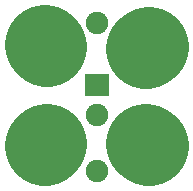
<source format=gbl>
%TF.GenerationSoftware,KiCad,Pcbnew,4.0.5-e0-6337~49~ubuntu16.04.1*%
%TF.CreationDate,2017-05-29T07:00:09-07:00*%
%TF.ProjectId,2x2-LED-RGB-TH-4PIN,3278322D4C45442D5247422D54482D34,v1.1*%
%TF.FileFunction,Copper,L2,Bot,Signal*%
%FSLAX46Y46*%
G04 Gerber Fmt 4.6, Leading zero omitted, Abs format (unit mm)*
G04 Created by KiCad (PCBNEW 4.0.5-e0-6337~49~ubuntu16.04.1) date Mon May 29 07:00:09 2017*
%MOMM*%
%LPD*%
G01*
G04 APERTURE LIST*
%ADD10C,0.350000*%
%ADD11C,6.800000*%
%ADD12R,2.000000X1.900000*%
%ADD13C,1.900000*%
%ADD14C,6.000000*%
%ADD15C,0.350000*%
G04 APERTURE END LIST*
D10*
D11*
X31365800Y-36373800D02*
X31565800Y-36173800D01*
X22965800Y-36173800D02*
X22765800Y-35973800D01*
X22965800Y-44373800D02*
X22765800Y-44573800D01*
X31365800Y-44373800D02*
X31565800Y-44573800D01*
D12*
X27165800Y-39373800D03*
D13*
X27165800Y-41913800D03*
D14*
X23165800Y-44373800D03*
X23165800Y-36373800D03*
X31165800Y-36373800D03*
X31165800Y-44373800D03*
D13*
X27165800Y-46623800D03*
X27165800Y-34123800D03*
D15*
X27165800Y-39373800D03*
X27165800Y-41913800D03*
X23165800Y-44373800D03*
X23165800Y-36373800D03*
X31165800Y-36373800D03*
X31165800Y-44373800D03*
X27165800Y-46623800D03*
X27165800Y-34123800D03*
M02*

</source>
